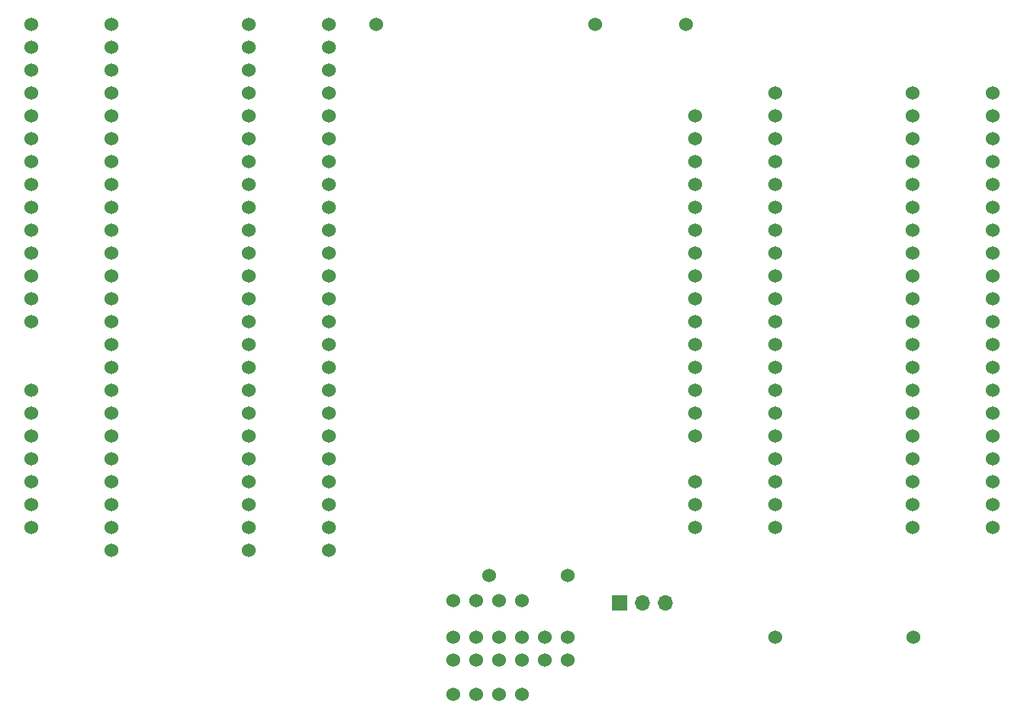
<source format=gbr>
%TF.GenerationSoftware,KiCad,Pcbnew,7.0.9*%
%TF.CreationDate,2024-08-31T17:15:55-06:00*%
%TF.ProjectId,Prototype1,50726f74-6f74-4797-9065-312e6b696361,rev?*%
%TF.SameCoordinates,Original*%
%TF.FileFunction,Soldermask,Bot*%
%TF.FilePolarity,Negative*%
%FSLAX46Y46*%
G04 Gerber Fmt 4.6, Leading zero omitted, Abs format (unit mm)*
G04 Created by KiCad (PCBNEW 7.0.9) date 2024-08-31 17:15:55*
%MOMM*%
%LPD*%
G01*
G04 APERTURE LIST*
%ADD10C,1.524000*%
%ADD11R,1.700000X1.700000*%
%ADD12O,1.700000X1.700000*%
G04 APERTURE END LIST*
D10*
%TO.C,TP71*%
X138430000Y-73660000D03*
%TD*%
%TO.C,TP12*%
X179070000Y-83820000D03*
%TD*%
%TO.C,TP93*%
X154813000Y-109728000D03*
%TD*%
%TO.C,TP65*%
X138430000Y-88900000D03*
%TD*%
%TO.C,TP54*%
X105410000Y-88900000D03*
%TD*%
%TO.C,TP51*%
X105410000Y-76200000D03*
%TD*%
%TO.C,TP68*%
X138430000Y-81280000D03*
%TD*%
%TO.C,TP50*%
X105410000Y-73660000D03*
%TD*%
%TO.C,TP63*%
X138430000Y-93980000D03*
%TD*%
%TO.C,TP84*%
X143665000Y-45720000D03*
%TD*%
%TO.C,TP48*%
X105410000Y-68580000D03*
%TD*%
%TO.C,TP69*%
X138430000Y-78740000D03*
%TD*%
%TO.C,TP7*%
X179070000Y-71120000D03*
%TD*%
%TO.C,TP66*%
X138430000Y-86360000D03*
%TD*%
%TO.C,TP17*%
X179070000Y-99060000D03*
%TD*%
%TO.C,TP42*%
X105410000Y-53340000D03*
%TD*%
D11*
%TO.C,J1*%
X170688000Y-109982000D03*
D12*
X173228000Y-109982000D03*
X175768000Y-109982000D03*
%TD*%
D10*
%TO.C,TP31*%
X212090000Y-83820000D03*
%TD*%
%TO.C,TP82*%
X138430000Y-45720000D03*
%TD*%
%TO.C,TP43*%
X105410000Y-55880000D03*
%TD*%
%TO.C,TP74*%
X138430000Y-66040000D03*
%TD*%
%TO.C,TP5*%
X179070000Y-66040000D03*
%TD*%
%TO.C,TP87*%
X178054000Y-45720000D03*
%TD*%
%TO.C,TP21*%
X212090000Y-58420000D03*
%TD*%
%TO.C,TP11*%
X179070000Y-81280000D03*
%TD*%
%TO.C,TP15*%
X179070000Y-91440000D03*
%TD*%
%TO.C,TP16*%
X179070000Y-96520000D03*
%TD*%
%TO.C,TP10*%
X179070000Y-78740000D03*
%TD*%
%TO.C,TP4*%
X179070000Y-63500000D03*
%TD*%
%TO.C,TP58*%
X105410000Y-99060000D03*
%TD*%
%TO.C,TP1*%
X179070000Y-55880000D03*
%TD*%
%TO.C,TP27*%
X212090000Y-73660000D03*
%TD*%
%TO.C,TP24*%
X212090000Y-66040000D03*
%TD*%
%TO.C,TP70*%
X138430000Y-76200000D03*
%TD*%
%TO.C,TP86*%
X203327000Y-113792000D03*
%TD*%
%TO.C,TP92*%
X157353000Y-109728000D03*
%TD*%
%TO.C,TP9*%
X179070000Y-76200000D03*
%TD*%
%TO.C,TP14*%
X179070000Y-88900000D03*
%TD*%
%TO.C,TP20*%
X212090000Y-55880000D03*
%TD*%
%TO.C,TP40*%
X105410000Y-48260000D03*
%TD*%
%TO.C,TP33*%
X212090000Y-88900000D03*
%TD*%
%TO.C,TP46*%
X105410000Y-63500000D03*
%TD*%
%TO.C,TP36*%
X212090000Y-96520000D03*
%TD*%
%TO.C,TP56*%
X105410000Y-93980000D03*
%TD*%
%TO.C,TP53*%
X105410000Y-86360000D03*
%TD*%
%TO.C,TP59*%
X105410000Y-101600000D03*
%TD*%
%TO.C,TP18*%
X179070000Y-101600000D03*
%TD*%
%TO.C,TP8*%
X179070000Y-73660000D03*
%TD*%
%TO.C,TP28*%
X212090000Y-76200000D03*
%TD*%
%TO.C,TP23*%
X212090000Y-63500000D03*
%TD*%
%TO.C,TP49*%
X105410000Y-71120000D03*
%TD*%
%TO.C,TP19*%
X212090000Y-53340000D03*
%TD*%
%TO.C,TP83*%
X138430000Y-104140000D03*
%TD*%
%TO.C,TP60*%
X138430000Y-101600000D03*
%TD*%
%TO.C,TP41*%
X105410000Y-50800000D03*
%TD*%
%TO.C,TP55*%
X105410000Y-91440000D03*
%TD*%
%TO.C,TP39*%
X105410000Y-45720000D03*
%TD*%
%TO.C,TP61*%
X138430000Y-99060000D03*
%TD*%
%TO.C,TP26*%
X212090000Y-71120000D03*
%TD*%
%TO.C,TP30*%
X212090000Y-81280000D03*
%TD*%
%TO.C,TP90*%
X164973000Y-106934000D03*
%TD*%
%TO.C,TP72*%
X138430000Y-71120000D03*
%TD*%
%TO.C,TP98*%
X152273000Y-109728000D03*
%TD*%
%TO.C,TP95*%
X157353000Y-120142000D03*
%TD*%
%TO.C,TP62*%
X138430000Y-96520000D03*
%TD*%
%TO.C,TP29*%
X212090000Y-78740000D03*
%TD*%
%TO.C,TP3*%
X179070000Y-60960000D03*
%TD*%
%TO.C,TP2*%
X179070000Y-58420000D03*
%TD*%
%TO.C,TP76*%
X138430000Y-60960000D03*
%TD*%
%TO.C,TP94*%
X154813000Y-120142000D03*
%TD*%
%TO.C,TP91*%
X159893000Y-109728000D03*
%TD*%
%TO.C,TP37*%
X212090000Y-99060000D03*
%TD*%
%TO.C,TP47*%
X105410000Y-66040000D03*
%TD*%
%TO.C,J4*%
X187960000Y-53340000D03*
X187960000Y-55880000D03*
X187960000Y-58420000D03*
X187960000Y-60960000D03*
X187960000Y-63500000D03*
X187960000Y-66040000D03*
X187960000Y-68580000D03*
X187960000Y-71120000D03*
X187960000Y-73660000D03*
X187960000Y-76200000D03*
X187960000Y-78740000D03*
X187960000Y-81280000D03*
X187960000Y-83820000D03*
X187960000Y-86360000D03*
X187960000Y-88900000D03*
X187960000Y-91440000D03*
X187960000Y-93980000D03*
X187960000Y-96520000D03*
X187960000Y-99060000D03*
X187960000Y-101600000D03*
X203200000Y-101600000D03*
X203200000Y-99060000D03*
X203200000Y-96520000D03*
X203200000Y-93980000D03*
X203200000Y-91440000D03*
X203200000Y-88900000D03*
X203200000Y-86360000D03*
X203200000Y-83820000D03*
X203200000Y-81280000D03*
X203200000Y-78740000D03*
X203200000Y-76200000D03*
X203200000Y-73660000D03*
X203200000Y-71120000D03*
X203200000Y-68580000D03*
X203200000Y-66040000D03*
X203200000Y-63500000D03*
X203200000Y-60960000D03*
X203200000Y-58420000D03*
X203200000Y-55880000D03*
X203200000Y-53340000D03*
%TD*%
%TO.C,TP38*%
X212090000Y-101600000D03*
%TD*%
%TO.C,TP79*%
X138430000Y-53340000D03*
%TD*%
%TO.C,TP78*%
X138430000Y-55880000D03*
%TD*%
%TO.C,TP80*%
X138430000Y-50800000D03*
%TD*%
%TO.C,J3*%
X152273000Y-116332000D03*
X154813000Y-116332000D03*
X157353000Y-116332000D03*
X159893000Y-116332000D03*
X162433000Y-116332000D03*
X164973000Y-116332000D03*
X152273000Y-113792000D03*
X154813000Y-113792000D03*
X157353000Y-113792000D03*
X159893000Y-113792000D03*
X162433000Y-113792000D03*
X164973000Y-113792000D03*
%TD*%
%TO.C,TP75*%
X138430000Y-63500000D03*
%TD*%
%TO.C,TP57*%
X105410000Y-96520000D03*
%TD*%
%TO.C,TP35*%
X212090000Y-93980000D03*
%TD*%
%TO.C,TP77*%
X138430000Y-58420000D03*
%TD*%
%TO.C,TP25*%
X212090000Y-68580000D03*
%TD*%
%TO.C,TP88*%
X187960000Y-113792000D03*
%TD*%
%TO.C,TP34*%
X212090000Y-91440000D03*
%TD*%
%TO.C,TP73*%
X138430000Y-68580000D03*
%TD*%
%TO.C,TP85*%
X156210000Y-106934000D03*
%TD*%
%TO.C,TP97*%
X152273000Y-120142000D03*
%TD*%
%TO.C,TP22*%
X212090000Y-60960000D03*
%TD*%
%TO.C,J2*%
X114300000Y-45720000D03*
X114300000Y-48260000D03*
X114300000Y-50800000D03*
X114300000Y-53340000D03*
X114300000Y-55880000D03*
X114300000Y-58420000D03*
X114300000Y-60960000D03*
X114300000Y-63500000D03*
X114300000Y-66040000D03*
X114300000Y-68580000D03*
X114300000Y-71120000D03*
X114300000Y-73660000D03*
X114300000Y-76200000D03*
X114300000Y-78740000D03*
X114300000Y-81280000D03*
X114300000Y-83820000D03*
X114300000Y-86360000D03*
X114300000Y-88900000D03*
X114300000Y-91440000D03*
X114300000Y-93980000D03*
X114300000Y-96520000D03*
X114300000Y-99060000D03*
X114300000Y-101600000D03*
X114300000Y-104140000D03*
X129540000Y-104140000D03*
X129540000Y-101600000D03*
X129540000Y-99060000D03*
X129540000Y-96520000D03*
X129540000Y-93980000D03*
X129540000Y-91440000D03*
X129540000Y-88900000D03*
X129540000Y-86360000D03*
X129540000Y-83820000D03*
X129540000Y-81280000D03*
X129540000Y-78740000D03*
X129540000Y-76200000D03*
X129540000Y-73660000D03*
X129540000Y-71120000D03*
X129540000Y-68580000D03*
X129540000Y-66040000D03*
X129540000Y-63500000D03*
X129540000Y-60960000D03*
X129540000Y-58420000D03*
X129540000Y-55880000D03*
X129540000Y-53340000D03*
X129540000Y-50800000D03*
X129540000Y-48260000D03*
X129540000Y-45720000D03*
%TD*%
%TO.C,TP52*%
X105410000Y-78740000D03*
%TD*%
%TO.C,TP64*%
X138430000Y-91440000D03*
%TD*%
%TO.C,TP81*%
X138430000Y-48260000D03*
%TD*%
%TO.C,TP89*%
X168021000Y-45720000D03*
%TD*%
%TO.C,TP96*%
X159893000Y-120142000D03*
%TD*%
%TO.C,TP13*%
X179070000Y-86360000D03*
%TD*%
%TO.C,TP67*%
X138430000Y-83820000D03*
%TD*%
%TO.C,TP6*%
X179070000Y-68580000D03*
%TD*%
%TO.C,TP44*%
X105410000Y-58420000D03*
%TD*%
%TO.C,TP45*%
X105410000Y-60960000D03*
%TD*%
%TO.C,TP32*%
X212090000Y-86360000D03*
%TD*%
M02*

</source>
